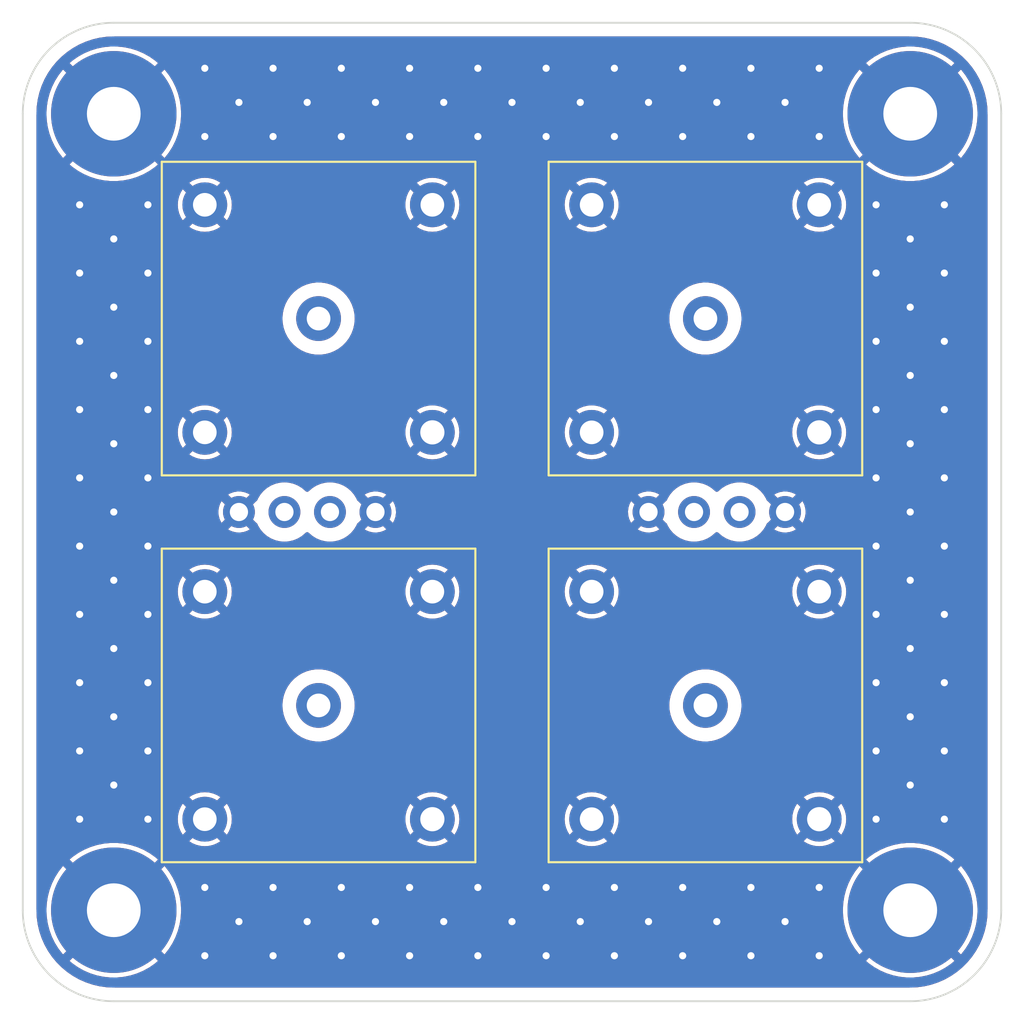
<source format=kicad_pcb>
(kicad_pcb (version 20210824) (generator pcbnew)
  (layers (0 "F.Cu" signal) (1 "In1.Cu" signal) (2 "In2.Cu" signal) (31 "B.Cu" signal) (34 "B.Paste" user) (35 "F.Paste" user) (36 "B.SilkS" user "B.Silkscreen") (37 "F.SilkS" user "F.Silkscreen") (38 "B.Mask" user) (39 "F.Mask" user) (44 "Edge.Cuts" user))
  (net 0 "")
  (net 1 "Net-(J1-Pad1)")
  (net 2 "Net-(J2-Pad1)")
  (net 3 "Net-(J3-Pad1)")
  (net 4 "Net-(J4-Pad1)")
  (net 5 "Net-(J4-Pad2)")
  (footprint "kelvin:Pomona4578" (layer "F.Cu") (at 140.97 96.52)
    (fp_text reference "J4" hide)
    (fp_text value "Force Lo")
    (fp_line (start 8.75 -8.75) (end 8.75 8.75) (layer "F.SilkS") (width 0.12))
    (fp_line (start -8.75 -8.75) (end 8.75 -8.75) (layer "F.SilkS") (width 0.12))
    (fp_line (start -8.75 8.75) (end -8.75 -8.75) (layer "F.SilkS") (width 0.12))
    (fp_line (start 8.75 8.75) (end -8.75 8.75) (layer "F.SilkS") (width 0.12))
    (pad "1" thru_hole circle (at 0 0) (size 2.5 2.5) (drill 1.32) (layers *.Cu *.Mask) (net 4 "Net-(J4-Pad1)"))
    (pad "2" thru_hole circle (at 6.35 6.35) (size 2.5 2.5) (drill 1.35) (layers *.Cu *.Mask) (net 5 "Net-(J4-Pad2)"))
    (pad "2" thru_hole circle (at 6.35 -6.35) (size 2.5 2.5) (drill 1.32) (layers *.Cu *.Mask) (net 5 "Net-(J4-Pad2)"))
    (pad "2" thru_hole circle (at -6.35 -6.35) (size 2.5 2.5) (drill 1.32) (layers *.Cu *.Mask) (net 5 "Net-(J4-Pad2)"))
    (pad "2" thru_hole circle (at -6.35 6.35) (size 2.5 2.5) (drill 1.32) (layers *.Cu *.Mask) (net 5 "Net-(J4-Pad2)"))
  )
  (footprint "kelvin:m3 mounting pad" (layer "F.Cu") (at 152.4 107.95)
    (fp_text reference "H4" hide)
    (fp_text value "Mount")
    (pad "1" thru_hole circle (at 0 0) (size 7 7) (drill 3) (layers *.Cu *.Mask) (net 5 "Net-(J4-Pad2)"))
  )
  (footprint "kelvin:Pomona4578" (layer "F.Cu") (at 119.38 96.52)
    (fp_text reference "J3" hide)
    (fp_text value "Sense Lo")
    (fp_line (start -8.75 8.75) (end -8.75 -8.75) (layer "F.SilkS") (width 0.12))
    (fp_line (start 8.75 8.75) (end -8.75 8.75) (layer "F.SilkS") (width 0.12))
    (fp_line (start 8.75 -8.75) (end 8.75 8.75) (layer "F.SilkS") (width 0.12))
    (fp_line (start -8.75 -8.75) (end 8.75 -8.75) (layer "F.SilkS") (width 0.12))
    (pad "1" thru_hole circle (at 0 0) (size 2.5 2.5) (drill 1.32) (layers *.Cu *.Mask) (net 3 "Net-(J3-Pad1)"))
    (pad "2" thru_hole circle (at 6.35 6.35) (size 2.5 2.5) (drill 1.35) (layers *.Cu *.Mask) (net 5 "Net-(J4-Pad2)"))
    (pad "2" thru_hole circle (at -6.35 6.35) (size 2.5 2.5) (drill 1.32) (layers *.Cu *.Mask) (net 5 "Net-(J4-Pad2)"))
    (pad "2" thru_hole circle (at -6.35 -6.35) (size 2.5 2.5) (drill 1.32) (layers *.Cu *.Mask) (net 5 "Net-(J4-Pad2)"))
    (pad "2" thru_hole circle (at 6.35 -6.35) (size 2.5 2.5) (drill 1.32) (layers *.Cu *.Mask) (net 5 "Net-(J4-Pad2)"))
  )
  (footprint "kelvin:m3 mounting pad" (layer "F.Cu") (at 107.95 107.95)
    (fp_text reference "H3" hide)
    (fp_text value "Mount")
    (pad "1" thru_hole circle (at 0 0) (size 7 7) (drill 3) (layers *.Cu *.Mask) (net 5 "Net-(J4-Pad2)"))
  )
  (footprint "kelvin:m3 mounting pad" (layer "F.Cu") (at 107.95 63.5)
    (fp_text reference "H2" hide)
    (fp_text value "Mount")
    (pad "1" thru_hole circle (at 0 0) (size 7 7) (drill 3) (layers *.Cu *.Mask) (net 5 "Net-(J4-Pad2)"))
  )
  (footprint "kelvin:Pin-Header-01x04-0.1inch-LargeHole" (layer "F.Cu") (at 141.605 85.725)
    (fp_text reference "J3" hide)
    (fp_text value "Conn_01x02_Male")
    (pad "1" thru_hole circle (at 3.81 0) (size 1.778 1.778) (drill 1.016) (layers *.Cu *.Mask) (net 5 "Net-(J4-Pad2)"))
    (pad "1" thru_hole circle (at -3.81 0) (size 1.778 1.778) (drill 1.016) (layers *.Cu *.Mask) (net 5 "Net-(J4-Pad2)"))
    (pad "2" thru_hole circle (at -1.27 0) (size 1.778 1.778) (drill 1.016) (layers *.Cu *.Mask) (net 2 "Net-(J2-Pad1)"))
    (pad "3" thru_hole circle (at 1.27 0 180) (size 1.778 1.778) (drill 1.016) (layers *.Cu *.Mask) (net 4 "Net-(J4-Pad1)"))
  )
  (footprint "kelvin:m3 mounting pad" (layer "F.Cu") (at 152.4 63.5)
    (fp_text reference "H1" hide)
    (fp_text value "Mount")
    (pad "1" thru_hole circle (at 0 0) (size 7 7) (drill 3) (layers *.Cu *.Mask) (net 5 "Net-(J4-Pad2)"))
  )
  (footprint "kelvin:Pomona4578" (layer "F.Cu") (at 140.97 74.93)
    (fp_text reference "J2" hide)
    (fp_text value "Force Hi")
    (fp_line (start 8.75 8.75) (end -8.75 8.75) (layer "F.SilkS") (width 0.12))
    (fp_line (start -8.75 -8.75) (end 8.75 -8.75) (layer "F.SilkS") (width 0.12))
    (fp_line (start 8.75 -8.75) (end 8.75 8.75) (layer "F.SilkS") (width 0.12))
    (fp_line (start -8.75 8.75) (end -8.75 -8.75) (layer "F.SilkS") (width 0.12))
    (pad "1" thru_hole circle (at 0 0) (size 2.5 2.5) (drill 1.32) (layers *.Cu *.Mask) (net 2 "Net-(J2-Pad1)"))
    (pad "2" thru_hole circle (at -6.35 6.35) (size 2.5 2.5) (drill 1.32) (layers *.Cu *.Mask) (net 5 "Net-(J4-Pad2)"))
    (pad "2" thru_hole circle (at 6.35 -6.35) (size 2.5 2.5) (drill 1.32) (layers *.Cu *.Mask) (net 5 "Net-(J4-Pad2)"))
    (pad "2" thru_hole circle (at 6.35 6.35) (size 2.5 2.5) (drill 1.35) (layers *.Cu *.Mask) (net 5 "Net-(J4-Pad2)"))
    (pad "2" thru_hole circle (at -6.35 -6.35) (size 2.5 2.5) (drill 1.32) (layers *.Cu *.Mask) (net 5 "Net-(J4-Pad2)"))
  )
  (footprint "kelvin:Pomona4578" (layer "F.Cu") (at 119.38 74.93)
    (fp_text reference "J1" hide)
    (fp_text value "Sense Hi")
    (fp_line (start -8.75 8.75) (end -8.75 -8.75) (layer "F.SilkS") (width 0.12))
    (fp_line (start 8.75 -8.75) (end 8.75 8.75) (layer "F.SilkS") (width 0.12))
    (fp_line (start -8.75 -8.75) (end 8.75 -8.75) (layer "F.SilkS") (width 0.12))
    (fp_line (start 8.75 8.75) (end -8.75 8.75) (layer "F.SilkS") (width 0.12))
    (pad "1" thru_hole circle (at 0 0) (size 2.5 2.5) (drill 1.32) (layers *.Cu *.Mask) (net 1 "Net-(J1-Pad1)"))
    (pad "2" thru_hole circle (at -6.35 -6.35) (size 2.5 2.5) (drill 1.32) (layers *.Cu *.Mask) (net 5 "Net-(J4-Pad2)"))
    (pad "2" thru_hole circle (at 6.35 6.35) (size 2.5 2.5) (drill 1.35) (layers *.Cu *.Mask) (net 5 "Net-(J4-Pad2)"))
    (pad "2" thru_hole circle (at -6.35 6.35) (size 2.5 2.5) (drill 1.32) (layers *.Cu *.Mask) (net 5 "Net-(J4-Pad2)"))
    (pad "2" thru_hole circle (at 6.35 -6.35) (size 2.5 2.5) (drill 1.32) (layers *.Cu *.Mask) (net 5 "Net-(J4-Pad2)"))
  )
  (footprint "kelvin:Pin-Header-01x04-0.1inch-LargeHole" (layer "F.Cu") (at 118.745 85.725)
    (fp_text reference "J3" hide)
    (fp_text value "Conn_01x02_Male")
    (pad "1" thru_hole circle (at -3.81 0) (size 1.778 1.778) (drill 1.016) (layers *.Cu *.Mask) (net 5 "Net-(J4-Pad2)"))
    (pad "1" thru_hole circle (at 3.81 0) (size 1.778 1.778) (drill 1.016) (layers *.Cu *.Mask) (net 5 "Net-(J4-Pad2)"))
    (pad "2" thru_hole circle (at -1.27 0) (size 1.778 1.778) (drill 1.016) (layers *.Cu *.Mask) (net 3 "Net-(J3-Pad1)"))
    (pad "3" thru_hole circle (at 1.27 0) (size 1.778 1.778) (drill 1.016) (layers *.Cu *.Mask) (net 1 "Net-(J1-Pad1)"))
  )
  (gr_line (start 102.87 63.5) (end 102.87 107.95) (layer "Edge.Cuts") (width 0.1))
  (gr_line (start 157.48 107.95) (end 157.48 63.5) (layer "Edge.Cuts") (width 0.1))
  (gr_arc (start 152.4 107.95) (end 157.48 107.95) (angle 90) (layer "Edge.Cuts") (width 0.1))
  (gr_arc (start 107.95 63.5) (end 102.87 63.5) (angle 90) (layer "Edge.Cuts") (width 0.1))
  (gr_line (start 107.95 58.42) (end 152.4 58.42) (layer "Edge.Cuts") (width 0.1))
  (gr_arc (start 107.95 107.95) (end 102.87 107.95) (angle -90) (layer "Edge.Cuts") (width 0.1))
  (gr_arc (start 152.4 63.5) (end 157.48 63.5) (angle -90) (layer "Edge.Cuts") (width 0.1))
  (gr_line (start 107.95 113.03) (end 152.4 113.03) (layer "Edge.Cuts") (width 0.1))
  (via (at 130.175 108.585) (size 0.8) (drill 0.4) (layers "F.Cu" "B.Cu") (net 5))
  (via (at 150.495 95.25) (size 0.8) (drill 0.4) (layers "F.Cu" "B.Cu") (net 5))
  (via (at 154.305 76.2) (size 0.8) (drill 0.4) (layers "F.Cu" "B.Cu") (net 5))
  (via (at 135.89 64.77) (size 0.8) (drill 0.4) (layers "F.Cu" "B.Cu") (net 5))
  (via (at 106.045 68.58) (size 0.8) (drill 0.4) (layers "F.Cu" "B.Cu") (net 5))
  (via (at 109.855 76.2) (size 0.8) (drill 0.4) (layers "F.Cu" "B.Cu") (net 5))
  (via (at 154.305 83.82) (size 0.8) (drill 0.4) (layers "F.Cu" "B.Cu") (net 5))
  (via (at 122.555 108.585) (size 0.8) (drill 0.4) (layers "F.Cu" "B.Cu") (net 5))
  (via (at 106.045 95.25) (size 0.8) (drill 0.4) (layers "F.Cu" "B.Cu") (net 5))
  (via (at 106.045 76.2) (size 0.8) (drill 0.4) (layers "F.Cu" "B.Cu") (net 5))
  (via (at 150.495 99.06) (size 0.8) (drill 0.4) (layers "F.Cu" "B.Cu") (net 5))
  (via (at 135.89 110.49) (size 0.8) (drill 0.4) (layers "F.Cu" "B.Cu") (net 5))
  (via (at 114.935 62.865) (size 0.8) (drill 0.4) (layers "F.Cu" "B.Cu") (net 5))
  (via (at 122.555 62.865) (size 0.8) (drill 0.4) (layers "F.Cu" "B.Cu") (net 5))
  (via (at 143.51 64.77) (size 0.8) (drill 0.4) (layers "F.Cu" "B.Cu") (net 5))
  (via (at 139.7 106.68) (size 0.8) (drill 0.4) (layers "F.Cu" "B.Cu") (net 5))
  (via (at 143.51 60.96) (size 0.8) (drill 0.4) (layers "F.Cu" "B.Cu") (net 5))
  (via (at 107.95 74.295) (size 0.8) (drill 0.4) (layers "F.Cu" "B.Cu") (net 5))
  (via (at 116.84 110.49) (size 0.8) (drill 0.4) (layers "F.Cu" "B.Cu") (net 5))
  (via (at 128.27 64.77) (size 0.8) (drill 0.4) (layers "F.Cu" "B.Cu") (net 5))
  (via (at 152.4 70.485) (size 0.8) (drill 0.4) (layers "F.Cu" "B.Cu") (net 5))
  (via (at 106.045 72.39) (size 0.8) (drill 0.4) (layers "F.Cu" "B.Cu") (net 5))
  (via (at 152.4 78.105) (size 0.8) (drill 0.4) (layers "F.Cu" "B.Cu") (net 5))
  (via (at 154.305 87.63) (size 0.8) (drill 0.4) (layers "F.Cu" "B.Cu") (net 5))
  (via (at 132.08 64.77) (size 0.8) (drill 0.4) (layers "F.Cu" "B.Cu") (net 5))
  (via (at 106.045 87.63) (size 0.8) (drill 0.4) (layers "F.Cu" "B.Cu") (net 5))
  (via (at 133.985 62.865) (size 0.8) (drill 0.4) (layers "F.Cu" "B.Cu") (net 5))
  (via (at 120.65 60.96) (size 0.8) (drill 0.4) (layers "F.Cu" "B.Cu") (net 5))
  (via (at 150.495 76.2) (size 0.8) (drill 0.4) (layers "F.Cu" "B.Cu") (net 5))
  (via (at 154.305 99.06) (size 0.8) (drill 0.4) (layers "F.Cu" "B.Cu") (net 5))
  (via (at 109.855 99.06) (size 0.8) (drill 0.4) (layers "F.Cu" "B.Cu") (net 5))
  (via (at 143.51 106.68) (size 0.8) (drill 0.4) (layers "F.Cu" "B.Cu") (net 5))
  (via (at 147.32 110.49) (size 0.8) (drill 0.4) (layers "F.Cu" "B.Cu") (net 5))
  (via (at 107.95 85.725) (size 0.8) (drill 0.4) (layers "F.Cu" "B.Cu") (net 5))
  (via (at 133.985 108.585) (size 0.8) (drill 0.4) (layers "F.Cu" "B.Cu") (net 5))
  (via (at 109.855 83.82) (size 0.8) (drill 0.4) (layers "F.Cu" "B.Cu") (net 5))
  (via (at 154.305 102.87) (size 0.8) (drill 0.4) (layers "F.Cu" "B.Cu") (net 5))
  (via (at 152.4 89.535) (size 0.8) (drill 0.4) (layers "F.Cu" "B.Cu") (net 5))
  (via (at 116.84 106.68) (size 0.8) (drill 0.4) (layers "F.Cu" "B.Cu") (net 5))
  (via (at 150.495 102.87) (size 0.8) (drill 0.4) (layers "F.Cu" "B.Cu") (net 5))
  (via (at 154.305 68.58) (size 0.8) (drill 0.4) (layers "F.Cu" "B.Cu") (net 5))
  (via (at 128.27 106.68) (size 0.8) (drill 0.4) (layers "F.Cu" "B.Cu") (net 5))
  (via (at 106.045 91.44) (size 0.8) (drill 0.4) (layers "F.Cu" "B.Cu") (net 5))
  (via (at 132.08 110.49) (size 0.8) (drill 0.4) (layers "F.Cu" "B.Cu") (net 5))
  (via (at 106.045 102.87) (size 0.8) (drill 0.4) (layers "F.Cu" "B.Cu") (net 5))
  (via (at 143.51 110.49) (size 0.8) (drill 0.4) (layers "F.Cu" "B.Cu") (net 5))
  (via (at 107.95 81.915) (size 0.8) (drill 0.4) (layers "F.Cu" "B.Cu") (net 5))
  (via (at 126.365 62.865) (size 0.8) (drill 0.4) (layers "F.Cu" "B.Cu") (net 5))
  (via (at 137.795 62.865) (size 0.8) (drill 0.4) (layers "F.Cu" "B.Cu") (net 5))
  (via (at 139.7 64.77) (size 0.8) (drill 0.4) (layers "F.Cu" "B.Cu") (net 5))
  (via (at 139.7 60.96) (size 0.8) (drill 0.4) (layers "F.Cu" "B.Cu") (net 5))
  (via (at 150.495 80.01) (size 0.8) (drill 0.4) (layers "F.Cu" "B.Cu") (net 5))
  (via (at 120.65 64.77) (size 0.8) (drill 0.4) (layers "F.Cu" "B.Cu") (net 5))
  (via (at 141.605 108.585) (size 0.8) (drill 0.4) (layers "F.Cu" "B.Cu") (net 5))
  (via (at 107.95 100.965) (size 0.8) (drill 0.4) (layers "F.Cu" "B.Cu") (net 5))
  (via (at 107.95 70.485) (size 0.8) (drill 0.4) (layers "F.Cu" "B.Cu") (net 5))
  (via (at 141.605 62.865) (size 0.8) (drill 0.4) (layers "F.Cu" "B.Cu") (net 5))
  (via (at 113.03 60.96) (size 0.8) (drill 0.4) (layers "F.Cu" "B.Cu") (net 5))
  (via (at 118.745 62.865) (size 0.8) (drill 0.4) (layers "F.Cu" "B.Cu") (net 5))
  (via (at 152.4 97.155) (size 0.8) (drill 0.4) (layers "F.Cu" "B.Cu") (net 5))
  (via (at 106.045 99.06) (size 0.8) (drill 0.4) (layers "F.Cu" "B.Cu") (net 5))
  (via (at 130.175 62.865) (size 0.8) (drill 0.4) (layers "F.Cu" "B.Cu") (net 5))
  (via (at 124.46 110.49) (size 0.8) (drill 0.4) (layers "F.Cu" "B.Cu") (net 5))
  (via (at 124.46 64.77) (size 0.8) (drill 0.4) (layers "F.Cu" "B.Cu") (net 5))
  (via (at 154.305 91.44) (size 0.8) (drill 0.4) (layers "F.Cu" "B.Cu") (net 5))
  (via (at 113.03 64.77) (size 0.8) (drill 0.4) (layers "F.Cu" "B.Cu") (net 5))
  (via (at 132.08 60.96) (size 0.8) (drill 0.4) (layers "F.Cu" "B.Cu") (net 5))
  (via (at 135.89 106.68) (size 0.8) (drill 0.4) (layers "F.Cu" "B.Cu") (net 5))
  (via (at 116.84 60.96) (size 0.8) (drill 0.4) (layers "F.Cu" "B.Cu") (net 5))
  (via (at 114.935 108.585) (size 0.8) (drill 0.4) (layers "F.Cu" "B.Cu") (net 5))
  (via (at 106.045 83.82) (size 0.8) (drill 0.4) (layers "F.Cu" "B.Cu") (net 5))
  (via (at 124.46 60.96) (size 0.8) (drill 0.4) (layers "F.Cu" "B.Cu") (net 5))
  (via (at 107.95 97.155) (size 0.8) (drill 0.4) (layers "F.Cu" "B.Cu") (net 5))
  (via (at 147.32 64.77) (size 0.8) (drill 0.4) (layers "F.Cu" "B.Cu") (net 5))
  (via (at 107.95 89.535) (size 0.8) (drill 0.4) (layers "F.Cu" "B.Cu") (net 5))
  (via (at 152.4 93.345) (size 0.8) (drill 0.4) (layers "F.Cu" "B.Cu") (net 5))
  (via (at 128.27 60.96) (size 0.8) (drill 0.4) (layers "F.Cu" "B.Cu") (net 5))
  (via (at 147.32 106.68) (size 0.8) (drill 0.4) (layers "F.Cu" "B.Cu") (net 5))
  (via (at 109.855 95.25) (size 0.8) (drill 0.4) (layers "F.Cu" "B.Cu") (net 5))
  (via (at 109.855 72.39) (size 0.8) (drill 0.4) (layers "F.Cu" "B.Cu") (net 5))
  (via (at 139.7 110.49) (size 0.8) (drill 0.4) (layers "F.Cu" "B.Cu") (net 5))
  (via (at 145.415 108.585) (size 0.8) (drill 0.4) (layers "F.Cu" "B.Cu") (net 5))
  (via (at 147.32 60.96) (size 0.8) (drill 0.4) (layers "F.Cu" "B.Cu") (net 5))
  (via (at 154.305 72.39) (size 0.8) (drill 0.4) (layers "F.Cu" "B.Cu") (net 5))
  (via (at 109.855 68.58) (size 0.8) (drill 0.4) (layers "F.Cu" "B.Cu") (net 5))
  (via (at 152.4 74.295) (size 0.8) (drill 0.4) (layers "F.Cu" "B.Cu") (net 5))
  (via (at 150.495 83.82) (size 0.8) (drill 0.4) (layers "F.Cu" "B.Cu") (net 5))
  (via (at 106.045 80.01) (size 0.8) (drill 0.4) (layers "F.Cu" "B.Cu") (net 5))
  (via (at 124.46 106.68) (size 0.8) (drill 0.4) (layers "F.Cu" "B.Cu") (net 5))
  (via (at 116.84 64.77) (size 0.8) (drill 0.4) (layers "F.Cu" "B.Cu") (net 5))
  (via (at 113.03 110.49) (size 0.8) (drill 0.4) (layers "F.Cu" "B.Cu") (net 5))
  (via (at 154.305 95.25) (size 0.8) (drill 0.4) (layers "F.Cu" "B.Cu") (net 5))
  (via (at 109.855 102.87) (size 0.8) (drill 0.4) (layers "F.Cu" "B.Cu") (net 5))
  (via (at 107.95 78.105) (size 0.8) (drill 0.4) (layers "F.Cu" "B.Cu") (net 5))
  (via (at 150.495 72.39) (size 0.8) (drill 0.4) (layers "F.Cu" "B.Cu") (net 5))
  (via (at 150.495 68.58) (size 0.8) (drill 0.4) (layers "F.Cu" "B.Cu") (net 5))
  (via (at 120.65 110.49) (size 0.8) (drill 0.4) (layers "F.Cu" "B.Cu") (net 5))
  (via (at 135.89 60.96) (size 0.8) (drill 0.4) (layers "F.Cu" "B.Cu") (net 5))
  (via (at 128.27 110.49) (size 0.8) (drill 0.4) (layers "F.Cu" "B.Cu") (net 5))
  (via (at 137.795 108.585) (size 0.8) (drill 0.4) (layers "F.Cu" "B.Cu") (net 5))
  (via (at 126.365 108.585) (size 0.8) (drill 0.4) (layers "F.Cu" "B.Cu") (net 5))
  (via (at 109.855 87.63) (size 0.8) (drill 0.4) (layers "F.Cu" "B.Cu") (net 5))
  (via (at 109.855 80.01) (size 0.8) (drill 0.4) (layers "F.Cu" "B.Cu") (net 5))
  (via (at 113.03 106.68) (size 0.8) (drill 0.4) (layers "F.Cu" "B.Cu") (net 5))
  (via (at 152.4 81.915) (size 0.8) (drill 0.4) (layers "F.Cu" "B.Cu") (net 5))
  (via (at 132.08 106.68) (size 0.8) (drill 0.4) (layers "F.Cu" "B.Cu") (net 5))
  (via (at 150.495 87.63) (size 0.8) (drill 0.4) (layers "F.Cu" "B.Cu") (net 5))
  (via (at 109.855 91.44) (size 0.8) (drill 0.4) (layers "F.Cu" "B.Cu") (net 5))
  (via (at 154.305 80.01) (size 0.8) (drill 0.4) (layers "F.Cu" "B.Cu") (net 5))
  (via (at 152.4 85.725) (size 0.8) (drill 0.4) (layers "F.Cu" "B.Cu") (net 5))
  (via (at 150.495 91.44) (size 0.8) (drill 0.4) (layers "F.Cu" "B.Cu") (net 5))
  (via (at 118.745 108.585) (size 0.8) (drill 0.4) (layers "F.Cu" "B.Cu") (net 5))
  (via (at 145.415 62.865) (size 0.8) (drill 0.4) (layers "F.Cu" "B.Cu") (net 5))
  (via (at 107.95 93.345) (size 0.8) (drill 0.4) (layers "F.Cu" "B.Cu") (net 5))
  (via (at 152.4 100.965) (size 0.8) (drill 0.4) (layers "F.Cu" "B.Cu") (net 5))
  (via (at 120.65 106.68) (size 0.8) (drill 0.4) (layers "F.Cu" "B.Cu") (net 5))
  (zone (net 5) (net_name "Net-(J4-Pad2)") (layers "F.Cu" "In1.Cu" "In2.Cu" "B.Cu") (connect_pads (clearance 0.762)) (min_thickness 0.254) (fill yes (thermal_gap 0.254) (thermal_bridge_width 0.508))
    (polygon (pts (xy 158.75 114.3) (xy 101.6 114.3) (xy 101.6 57.15) (xy 158.75 57.15)))
  )
)
</source>
